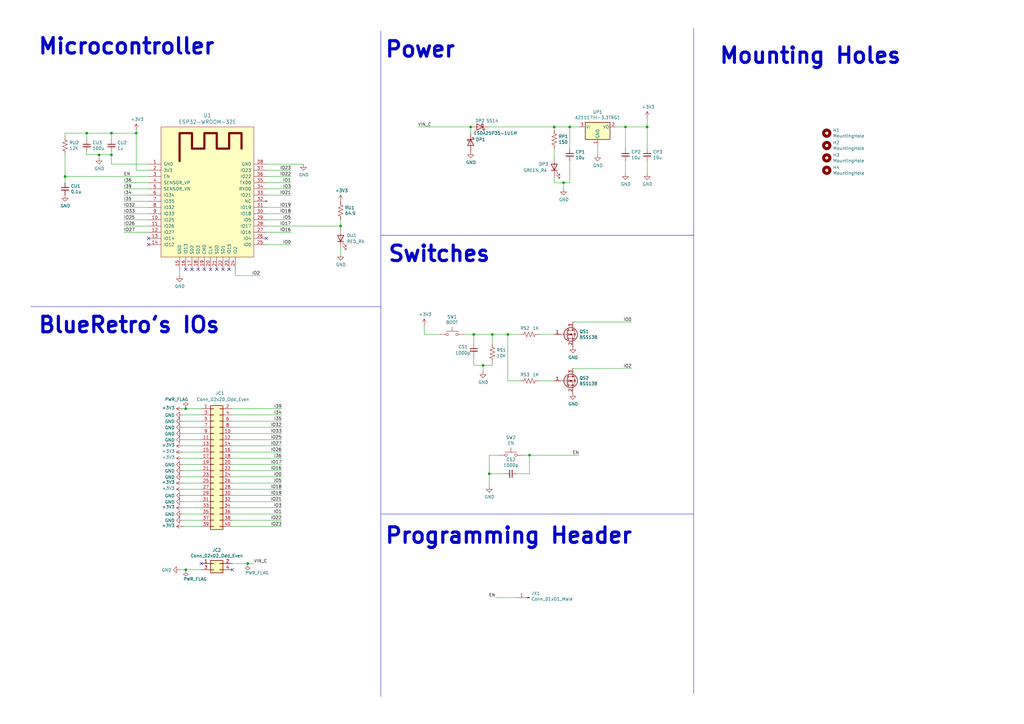
<source format=kicad_sch>
(kicad_sch (version 20230121) (generator eeschema)
  (paper "A3")
  (title_block (title "GT Rosetta") (date "2022-06-22") (rev "v1.0") (company "GrechTech") (comment 1 "For BlueRetro ESP32 Universal FW HW1 ©2020 Jacques Gagnon"))
  (lib_symbols
    (symbol "BlueRetro:+3V3" (power) (pin_names (offset 0))
      (property "Value" "+3V3" (at 0 3.556 0))
      (symbol "+3V3_0_1"
        (polyline (pts (xy -0.762 1.27) (xy 0 2.54)))
        (polyline (pts (xy 0 0) (xy 0 2.54)))
        (polyline (pts (xy 0 2.54) (xy 0.762 1.27)))
      )
      (symbol "+3V3_1_1"
        (pin power_in line (at 0 0 90) (length 0) hide (name "+3V3") (number "1"))
      )
    )
    (symbol "BlueRetro:BSS138" (pin_names hide)
      (property "Reference" "Q" (at 5.08 1.905 0))
      (property "Value" "BSS138" (at 5.08 0 0))
      (symbol "BSS138_0_1"
        (polyline (pts (xy 0.254 0) (xy -2.54 0)))
        (polyline (pts (xy 0.254 1.905) (xy 0.254 -1.905)) (stroke (width 0.254)))
        (polyline (pts (xy 0.762 -1.27) (xy 0.762 -2.286)) (stroke (width 0.254)))
        (polyline (pts (xy 0.762 0.508) (xy 0.762 -0.508)) (stroke (width 0.254)))
        (polyline (pts (xy 0.762 2.286) (xy 0.762 1.27)) (stroke (width 0.254)))
        (polyline (pts (xy 2.54 2.54) (xy 2.54 1.778)))
        (polyline (pts (xy 2.54 -2.54) (xy 2.54 0) (xy 0.762 0)))
        (polyline (pts (xy 0.762 -1.778) (xy 3.302 -1.778) (xy 3.302 1.778) (xy 0.762 1.778)))
        (polyline (pts (xy 1.016 0) (xy 2.032 0.381) (xy 2.032 -0.381) (xy 1.016 0)) (fill (type outline)))
        (polyline (pts (xy 2.794 0.508) (xy 2.921 0.381) (xy 3.683 0.381) (xy 3.81 0.254)))
        (polyline (pts (xy 3.302 0.381) (xy 2.921 -0.254) (xy 3.683 -0.254) (xy 3.302 0.381)))
        (circle (center 1.651 0) (radius 2.794) (stroke (width 0.254)))
        (circle (center 2.54 -1.778) (radius 0.254) (fill (type outline)))
        (circle (center 2.54 1.778) (radius 0.254) (fill (type outline)))
      )
      (symbol "BSS138_1_1"
        (pin input line (at -5.08 0 0) (length 2.54) (name "G") (number "1"))
        (pin passive line (at 2.54 -5.08 90) (length 2.54) (name "S") (number "2"))
        (pin passive line (at 2.54 5.08 270) (length 2.54) (name "D") (number "3"))
      )
    )
    (symbol "BlueRetro:C_Small" (pin_numbers hide) (pin_names (offset 0.254) hide)
      (property "Reference" "C" (at 0.254 1.778 0))
      (property "Value" "C_Small" (at 0.254 -2.032 0))
      (symbol "C_Small_0_1"
        (polyline (pts (xy -1.524 -0.508) (xy 1.524 -0.508)) (stroke (width 0.3302)))
        (polyline (pts (xy -1.524 0.508) (xy 1.524 0.508)) (stroke (width 0.3048)))
      )
      (symbol "C_Small_1_1"
        (pin passive line (at 0 2.54 270) (length 2.032) (name "~") (number "1"))
        (pin passive line (at 0 -2.54 90) (length 2.032) (name "~") (number "2"))
      )
    )
    (symbol "BlueRetro:D_Schottky" (pin_numbers hide) (pin_names (offset 1.016) hide)
      (property "Reference" "D" (at 0 2.54 0))
      (property "Value" "D_Schottky" (at 0 -2.54 0))
      (symbol "D_Schottky_0_1"
        (polyline (pts (xy 1.27 0) (xy -1.27 0)))
        (polyline (pts (xy 1.27 1.27) (xy 1.27 -1.27) (xy -1.27 0) (xy 1.27 1.27)) (stroke (width 0.254)))
        (polyline (pts (xy -1.905 0.635) (xy -1.905 1.27) (xy -1.27 1.27) (xy -1.27 -1.27) (xy -0.635 -1.27) (xy -0.635 -0.635)) (stroke (width 0.254)))
      )
      (symbol "D_Schottky_1_1"
        (pin passive line (at -3.81 0 0) (length 2.54) (name "K") (number "1"))
        (pin passive line (at 3.81 0 180) (length 2.54) (name "A") (number "2"))
      )
    )
    (symbol "BlueRetro:D_SchottkyP" (pin_numbers hide) (pin_names (offset 1.016) hide)
      (property "Reference" "D" (at 0 2.54 0))
      (property "Value" "D_SchottkyP" (at 0 -2.54 0))
      (symbol "D_SchottkyP_0_1"
        (polyline (pts (xy 1.27 0) (xy -1.27 0)))
        (polyline (pts (xy 1.27 1.27) (xy 1.27 -1.27) (xy -1.27 0) (xy 1.27 1.27)) (stroke (width 0.254)))
        (polyline (pts (xy -1.905 0.635) (xy -1.905 1.27) (xy -1.27 1.27) (xy -1.27 -1.27) (xy -0.635 -1.27) (xy -0.635 -0.635)) (stroke (width 0.254)))
      )
      (symbol "D_SchottkyP_1_1"
        (pin power_out line (at -3.81 0 0) (length 2.54) (name "K") (number "1"))
        (pin passive line (at 3.81 0 180) (length 2.54) (name "A") (number "2"))
      )
    )
    (symbol "BlueRetro:ESP32-WROOM-32E" (pin_names (offset 1.016))
      (property "Reference" "U" (at -17.78 31.75 0))
      (property "Value" "ESP32-WROOM-32E" (at 5.969 31.6738 0))
      (symbol "ESP32-WROOM-32E_0_1"
        (rectangle (start -20.32 30.48) (end 17.78 -22.86) (fill (type background)))
        (polyline (pts (xy -12.7 16.51) (xy -12.7 27.94) (xy -7.62 27.94) (xy -7.62 21.59) (xy -2.54 21.59) (xy -2.54 27.94) (xy 2.54 27.94) (xy 2.54 21.59) (xy 7.62 21.59) (xy 7.62 27.94) (xy 12.7 27.94) (xy 12.7 21.59)) (stroke (width 0.889)))
      )
      (symbol "ESP32-WROOM-32E_1_1"
        (pin power_in line (at -25.4 15.24 0) (length 5.08) (name "GND") (number "1"))
        (pin bidirectional line (at -25.4 -7.62 0) (length 5.08) (name "IO25") (number "10"))
        (pin bidirectional line (at -25.4 -10.16 0) (length 5.08) (name "IO26") (number "11"))
        (pin bidirectional line (at -25.4 -12.7 0) (length 5.08) (name "IO27") (number "12"))
        (pin bidirectional line (at -25.4 -15.24 0) (length 5.08) (name "IO14") (number "13"))
        (pin bidirectional line (at -25.4 -17.78 0) (length 5.08) (name "IO12") (number "14"))
        (pin power_in line (at -12.7 -27.94 90) (length 5.08) (name "GND") (number "15"))
        (pin bidirectional line (at -10.16 -27.94 90) (length 5.08) (name "IO13") (number "16"))
        (pin bidirectional line (at -7.62 -27.94 90) (length 5.08) (name "SD2") (number "17"))
        (pin bidirectional line (at -5.08 -27.94 90) (length 5.08) (name "SD3") (number "18"))
        (pin bidirectional line (at -2.54 -27.94 90) (length 5.08) (name "CMD") (number "19"))
        (pin power_in line (at -25.4 12.7 0) (length 5.08) (name "3V3") (number "2"))
        (pin input line (at 0 -27.94 90) (length 5.08) (name "CLK") (number "20"))
        (pin bidirectional line (at 2.54 -27.94 90) (length 5.08) (name "SDO") (number "21"))
        (pin bidirectional line (at 5.08 -27.94 90) (length 5.08) (name "SD1") (number "22"))
        (pin bidirectional line (at 7.62 -27.94 90) (length 5.08) (name "IO15") (number "23"))
        (pin bidirectional line (at 10.16 -27.94 90) (length 5.08) (name "IO2") (number "24"))
        (pin bidirectional line (at 22.86 -17.78 180) (length 5.08) (name "IO0") (number "25"))
        (pin input line (at 22.86 -15.24 180) (length 5.08) (name "IO4") (number "26"))
        (pin bidirectional line (at 22.86 -12.7 180) (length 5.08) (name "IO16") (number "27"))
        (pin bidirectional line (at 22.86 -10.16 180) (length 5.08) (name "IO17") (number "28"))
        (pin bidirectional line (at 22.86 -7.62 180) (length 5.08) (name "IO5") (number "29"))
        (pin input line (at -25.4 10.16 0) (length 5.08) (name "EN") (number "3"))
        (pin input line (at 22.86 -5.08 180) (length 5.08) (name "IO18") (number "30"))
        (pin bidirectional line (at 22.86 -2.54 180) (length 5.08) (name "IO19") (number "31"))
        (pin no_connect line (at 22.86 0 180) (length 5.08) (name "NC") (number "32"))
        (pin bidirectional line (at 22.86 2.54 180) (length 5.08) (name "IO21") (number "33"))
        (pin bidirectional line (at 22.86 5.08 180) (length 5.08) (name "RXD0") (number "34"))
        (pin bidirectional line (at 22.86 7.62 180) (length 5.08) (name "TXD0") (number "35"))
        (pin bidirectional line (at 22.86 10.16 180) (length 5.08) (name "IO22") (number "36"))
        (pin bidirectional line (at 22.86 12.7 180) (length 5.08) (name "IO23") (number "37"))
        (pin power_in line (at 22.86 15.24 180) (length 5.08) (name "GND") (number "38"))
        (pin input line (at -25.4 7.62 0) (length 5.08) (name "SENSOR_VP") (number "4"))
        (pin input line (at -25.4 5.08 0) (length 5.08) (name "SENSOR_VN") (number "5"))
        (pin bidirectional line (at -25.4 2.54 0) (length 5.08) (name "IO34") (number "6"))
        (pin bidirectional line (at -25.4 0 0) (length 5.08) (name "IO35") (number "7"))
        (pin bidirectional line (at -25.4 -2.54 0) (length 5.08) (name "IO32") (number "8"))
        (pin bidirectional line (at -25.4 -5.08 0) (length 5.08) (name "IO33") (number "9"))
      )
    )
    (symbol "BlueRetro:GND" (power) (pin_names (offset 0))
      (property "Value" "GND" (at 0 -3.81 0))
      (symbol "GND_0_1"
        (polyline (pts (xy 0 0) (xy 0 -1.27) (xy 1.27 -1.27) (xy 0 -2.54) (xy -1.27 -1.27) (xy 0 -1.27)))
      )
      (symbol "GND_1_1"
        (pin power_in line (at 0 0 270) (length 0) hide (name "GND") (number "1"))
      )
    )
    (symbol "BlueRetro:LED" (pin_numbers hide) (pin_names (offset 1.016) hide)
      (property "Reference" "D" (at 0 2.54 0))
      (property "Value" "LED" (at 0 -2.54 0))
      (symbol "LED_0_1"
        (polyline (pts (xy -1.27 -1.27) (xy -1.27 1.27)) (stroke (width 0.254)))
        (polyline (pts (xy -1.27 0) (xy 1.27 0)))
        (polyline (pts (xy 1.27 -1.27) (xy 1.27 1.27) (xy -1.27 0) (xy 1.27 -1.27)) (stroke (width 0.254)))
        (polyline (pts (xy -3.048 -0.762) (xy -4.572 -2.286) (xy -3.81 -2.286) (xy -4.572 -2.286) (xy -4.572 -1.524)))
        (polyline (pts (xy -1.778 -0.762) (xy -3.302 -2.286) (xy -2.54 -2.286) (xy -3.302 -2.286) (xy -3.302 -1.524)))
      )
      (symbol "LED_1_1"
        (pin passive line (at -3.81 0 0) (length 2.54) (name "K") (number "1"))
        (pin passive line (at 3.81 0 180) (length 2.54) (name "A") (number "2"))
      )
    )
    (symbol "BlueRetro:MountingHole" (pin_names (offset 1.016))
      (property "Reference" "H" (at 0 5.08 0))
      (property "Value" "MountingHole" (at 0 3.175 0))
      (symbol "MountingHole_0_1"
        (circle (center 0 0) (radius 1.27) (stroke (width 1.27)))
      )
    )
    (symbol "BlueRetro:R_US" (pin_numbers hide) (pin_names (offset 0))
      (property "Reference" "R" (at 2.54 0 90))
      (property "Value" "R_US" (at -2.54 0 90))
      (symbol "R_US_0_1"
        (polyline (pts (xy 0 -2.286) (xy 0 -2.54)))
        (polyline (pts (xy 0 2.286) (xy 0 2.54)))
        (polyline (pts (xy 0 -0.762) (xy 1.016 -1.143) (xy 0 -1.524) (xy -1.016 -1.905) (xy 0 -2.286)))
        (polyline (pts (xy 0 0.762) (xy 1.016 0.381) (xy 0 0) (xy -1.016 -0.381) (xy 0 -0.762)))
        (polyline (pts (xy 0 2.286) (xy 1.016 1.905) (xy 0 1.524) (xy -1.016 1.143) (xy 0 0.762)))
      )
      (symbol "R_US_1_1"
        (pin passive line (at 0 3.81 270) (length 1.27) (name "~") (number "1"))
        (pin passive line (at 0 -3.81 90) (length 1.27) (name "~") (number "2"))
      )
    )
    (symbol "BlueRetro:SW_Push" (pin_numbers hide) (pin_names (offset 1.016) hide)
      (property "Reference" "SW" (at 1.27 2.54 0))
      (property "Value" "SW_Push" (at 0 -1.524 0))
      (symbol "SW_Push_0_1"
        (circle (center -2.032 0) (radius 0.508))
        (polyline (pts (xy 0 1.27) (xy 0 3.048)))
        (polyline (pts (xy 2.54 1.27) (xy -2.54 1.27)))
        (circle (center 2.032 0) (radius 0.508))
        (pin passive line (at -5.08 0 0) (length 2.54) (name "1") (number "1"))
        (pin passive line (at 5.08 0 180) (length 2.54) (name "2") (number "2"))
      )
    )
    (symbol "Connector:Conn_01x01_Male" (pin_names (offset 1.016) hide)
      (property "Reference" "J" (at 0 2.54 0))
      (property "Value" "Conn_01x01_Male" (at 0 -2.54 0))
      (symbol "Conn_01x01_Male_1_1"
        (polyline (pts (xy 1.27 0) (xy 0.8636 0)) (stroke (width 0.1524)))
        (rectangle (start 0.8636 0.127) (end 0 -0.127) (stroke (width 0.1524)) (fill (type outline)))
        (pin passive line (at 5.08 0 180) (length 3.81) (name "Pin_1") (number "1"))
      )
    )
    (symbol "Connector_Generic:Conn_02x02_Odd_Even" (pin_names (offset 1.016) hide)
      (property "Reference" "J" (at 1.27 2.54 0))
      (property "Value" "Conn_02x02_Odd_Even" (at 1.27 -5.08 0))
      (symbol "Conn_02x02_Odd_Even_1_1"
        (rectangle (start -1.27 -2.413) (end 0 -2.667) (stroke (width 0.1524)))
        (rectangle (start -1.27 0.127) (end 0 -0.127) (stroke (width 0.1524)))
        (rectangle (start -1.27 1.27) (end 3.81 -3.81) (stroke (width 0.254)) (fill (type background)))
        (rectangle (start 3.81 -2.413) (end 2.54 -2.667) (stroke (width 0.1524)))
        (rectangle (start 3.81 0.127) (end 2.54 -0.127) (stroke (width 0.1524)))
        (pin passive line (at -5.08 0 0) (length 3.81) (name "Pin_1") (number "1"))
        (pin passive line (at 7.62 0 180) (length 3.81) (name "Pin_2") (number "2"))
        (pin passive line (at -5.08 -2.54 0) (length 3.81) (name "Pin_3") (number "3"))
        (pin passive line (at 7.62 -2.54 180) (length 3.81) (name "Pin_4") (number "4"))
      )
    )
    (symbol "Connector_Generic:Conn_02x20_Odd_Even" (pin_names (offset 1.016) hide)
      (property "Reference" "J" (at 1.27 25.4 0))
      (property "Value" "Conn_02x20_Odd_Even" (at 1.27 -27.94 0))
      (symbol "Conn_02x20_Odd_Even_1_1"
        (rectangle (start -1.27 -25.273) (end 0 -25.527) (stroke (width 0.1524)))
        (rectangle (start -1.27 -22.733) (end 0 -22.987) (stroke (width 0.1524)))
        (rectangle (start -1.27 -20.193) (end 0 -20.447) (stroke (width 0.1524)))
        (rectangle (start -1.27 -17.653) (end 0 -17.907) (stroke (width 0.1524)))
        (rectangle (start -1.27 -15.113) (end 0 -15.367) (stroke (width 0.1524)))
        (rectangle (start -1.27 -12.573) (end 0 -12.827) (stroke (width 0.1524)))
        (rectangle (start -1.27 -10.033) (end 0 -10.287) (stroke (width 0.1524)))
        (rectangle (start -1.27 -7.493) (end 0 -7.747) (stroke (width 0.1524)))
        (rectangle (start -1.27 -4.953) (end 0 -5.207) (stroke (width 0.1524)))
        (rectangle (start -1.27 -2.413) (end 0 -2.667) (stroke (width 0.1524)))
        (rectangle (start -1.27 0.127) (end 0 -0.127) (stroke (width 0.1524)))
        (rectangle (start -1.27 2.667) (end 0 2.413) (stroke (width 0.1524)))
        (rectangle (start -1.27 5.207) (end 0 4.953) (stroke (width 0.1524)))
        (rectangle (start -1.27 7.747) (end 0 7.493) (stroke (width 0.1524)))
        (rectangle (start -1.27 10.287) (end 0 10.033) (stroke (width 0.1524)))
        (rectangle (start -1.27 12.827) (end 0 12.573) (stroke (width 0.1524)))
        (rectangle (start -1.27 15.367) (end 0 15.113) (stroke (width 0.1524)))
        (rectangle (start -1.27 17.907) (end 0 17.653) (stroke (width 0.1524)))
        (rectangle (start -1.27 20.447) (end 0 20.193) (stroke (width 0.1524)))
        (rectangle (start -1.27 22.987) (end 0 22.733) (stroke (width 0.1524)))
        (rectangle (start -1.27 24.13) (end 3.81 -26.67) (stroke (width 0.254)) (fill (type background)))
        (rectangle (start 3.81 -25.273) (end 2.54 -25.527) (stroke (width 0.1524)))
        (rectangle (start 3.81 -22.733) (end 2.54 -22.987) (stroke (width 0.1524)))
        (rectangle (start 3.81 -20.193) (end 2.54 -20.447) (stroke (width 0.1524)))
        (rectangle (start 3.81 -17.653) (end 2.54 -17.907) (stroke (width 0.1524)))
        (rectangle (start 3.81 -15.113) (end 2.54 -15.367) (stroke (width 0.1524)))
        (rectangle (start 3.81 -12.573) (end 2.54 -12.827) (stroke (width 0.1524)))
        (rectangle (start 3.81 -10.033) (end 2.54 -10.287) (stroke (width 0.1524)))
        (rectangle (start 3.81 -7.493) (end 2.54 -7.747) (stroke (width 0.1524)))
        (rectangle (start 3.81 -4.953) (end 2.54 -5.207) (stroke (width 0.1524)))
        (rectangle (start 3.81 -2.413) (end 2.54 -2.667) (stroke (width 0.1524)))
        (rectangle (start 3.81 0.127) (end 2.54 -0.127) (stroke (width 0.1524)))
        (rectangle (start 3.81 2.667) (end 2.54 2.413) (stroke (width 0.1524)))
        (rectangle (start 3.81 5.207) (end 2.54 4.953) (stroke (width 0.1524)))
        (rectangle (start 3.81 7.747) (end 2.54 7.493) (stroke (width 0.1524)))
        (rectangle (start 3.81 10.287) (end 2.54 10.033) (stroke (width 0.1524)))
        (rectangle (start 3.81 12.827) (end 2.54 12.573) (stroke (width 0.1524)))
        (rectangle (start 3.81 15.367) (end 2.54 15.113) (stroke (width 0.1524)))
        (rectangle (start 3.81 17.907) (end 2.54 17.653) (stroke (width 0.1524)))
        (rectangle (start 3.81 20.447) (end 2.54 20.193) (stroke (width 0.1524)))
        (rectangle (start 3.81 22.987) (end 2.54 22.733) (stroke (width 0.1524)))
        (pin passive line (at -5.08 22.86 0) (length 3.81) (name "Pin_1") (number "1"))
        (pin passive line (at 7.62 12.7 180) (length 3.81) (name "Pin_10") (number "10"))
        (pin passive line (at -5.08 10.16 0) (length 3.81) (name "Pin_11") (number "11"))
        (pin passive line (at 7.62 10.16 180) (length 3.81) (name "Pin_12") (number "12"))
        (pin passive line (at -5.08 7.62 0) (length 3.81) (name "Pin_13") (number "13"))
        (pin passive line (at 7.62 7.62 180) (length 3.81) (name "Pin_14") (number "14"))
        (pin passive line (at -5.08 5.08 0) (length 3.81) (name "Pin_15") (number "15"))
        (pin passive line (at 7.62 5.08 180) (length 3.81) (name "Pin_16") (number "16"))
        (pin passive line (at -5.08 2.54 0) (length 3.81) (name "Pin_17") (number "17"))
        (pin passive line (at 7.62 2.54 180) (length 3.81) (name "Pin_18") (number "18"))
        (pin passive line (at -5.08 0 0) (length 3.81) (name "Pin_19") (number "19"))
        (pin passive line (at 7.62 22.86 180) (length 3.81) (name "Pin_2") (number "2"))
        (pin passive line (at 7.62 0 180) (length 3.81) (name "Pin_20") (number "20"))
        (pin passive line (at -5.08 -2.54 0) (length 3.81) (name "Pin_21") (number "21"))
        (pin passive line (at 7.62 -2.54 180) (length 3.81) (name "Pin_22") (number "22"))
        (pin passive line (at -5.08 -5.08 0) (length 3.81) (name "Pin_23") (number "23"))
        (pin passive line (at 7.62 -5.08 180) (length 3.81) (name "Pin_24") (number "24"))
        (pin passive line (at -5.08 -7.62 0) (length 3.81) (name "Pin_25") (number "25"))
        (pin passive line (at 7.62 -7.62 180) (length 3.81) (name "Pin_26") (number "26"))
        (pin passive line (at -5.08 -10.16 0) (length 3.81) (name "Pin_27") (number "27"))
        (pin passive line (at 7.62 -10.16 180) (length 3.81) (name "Pin_28") (number "28"))
        (pin passive line (at -5.08 -12.7 0) (length 3.81) (name "Pin_29") (number "29"))
        (pin passive line (at -5.08 20.32 0) (length 3.81) (name "Pin_3") (number "3"))
        (pin passive line (at 7.62 -12.7 180) (length 3.81) (name "Pin_30") (number "30"))
        (pin passive line (at -5.08 -15.24 0) (length 3.81) (name "Pin_31") (number "31"))
        (pin passive line (at 7.62 -15.24 180) (length 3.81) (name "Pin_32") (number "32"))
        (pin passive line (at -5.08 -17.78 0) (length 3.81) (name "Pin_33") (number "33"))
        (pin passive line (at 7.62 -17.78 180) (length 3.81) (name "Pin_34") (number "34"))
        (pin passive line (at -5.08 -20.32 0) (length 3.81) (name "Pin_35") (number "35"))
        (pin passive line (at 7.62 -20.32 180) (length 3.81) (name "Pin_36") (number "36"))
        (pin passive line (at -5.08 -22.86 0) (length 3.81) (name "Pin_37") (number "37"))
        (pin passive line (at 7.62 -22.86 180) (length 3.81) (name "Pin_38") (number "38"))
        (pin passive line (at -5.08 -25.4 0) (length 3.81) (name "Pin_39") (number "39"))
        (pin passive line (at 7.62 20.32 180) (length 3.81) (name "Pin_4") (number "4"))
        (pin passive line (at 7.62 -25.4 180) (length 3.81) (name "Pin_40") (number "40"))
        (pin passive line (at -5.08 17.78 0) (length 3.81) (name "Pin_5") (number "5"))
        (pin passive line (at 7.62 17.78 180) (length 3.81) (name "Pin_6") (number "6"))
        (pin passive line (at -5.08 15.24 0) (length 3.81) (name "Pin_7") (number "7"))
        (pin passive line (at 7.62 15.24 180) (length 3.81) (name "Pin_8") (number "8"))
        (pin passive line (at -5.08 12.7 0) (length 3.81) (name "Pin_9") (number "9"))
      )
    )
    (symbol "Regulator_Linear:AP1117-33" (pin_names (offset 0.254))
      (property "Reference" "U" (at -3.81 3.175 0))
      (property "Value" "AP1117-33" (at 0 3.175 0))
      (symbol "AP1117-33_0_1"
        (rectangle (start -5.08 -5.08) (end 5.08 1.905) (stroke (width 0.254)) (fill (type background)))
      )
      (symbol "AP1117-33_1_1"
        (pin power_in line (at 0 -7.62 90) (length 2.54) (name "GND") (number "1"))
        (pin power_out line (at 7.62 0 180) (length 2.54) (name "VO") (number "2"))
        (pin power_in line (at -7.62 0 0) (length 2.54) (name "VI") (number "3"))
      )
    )
    (symbol "power:PWR_FLAG" (power) (pin_numbers hide) (pin_names (offset 0) hide)
      (property "Value" "PWR_FLAG" (at 0 3.81 0))
      (symbol "PWR_FLAG_0_0"
        (pin power_out line (at 0 0 90) (length 0) (name "pwr") (number "1"))
      )
      (symbol "PWR_FLAG_0_1"
        (polyline (pts (xy 0 0) (xy 0 1.27) (xy -1.016 1.905) (xy 0 2.54) (xy 1.016 1.905) (xy 0 1.27)))
      )
    )
  )
  (junction (at 35.56 54.61))
  (junction (at 217.17 186.69))
  (junction (at 193.04 52.07))
  (junction (at 45.72 54.61))
  (junction (at 194.31 137.16))
  (junction (at 201.93 137.16))
  (junction (at 208.28 137.16))
  (junction (at 256.54 52.07))
  (junction (at 198.12 149.86))
  (junction (at 231.14 74.93))
  (junction (at 227.33 52.07))
  (junction (at 26.67 72.39))
  (junction (at 101.6 231.14))
  (junction (at 233.68 52.07))
  (junction (at 55.88 54.61))
  (junction (at 76.2 233.68))
  (junction (at 139.7 92.71))
  (junction (at 45.72 63.5))
  (junction (at 200.66 194.31))
  (junction (at 265.43 52.07))
  (junction (at 40.64 63.5))
  (junction (at 76.2 167.64))
  (no_connect (at 81.28 110.49))
  (no_connect (at 78.74 110.49))
  (no_connect (at 82.55 231.14))
  (no_connect (at 95.25 233.68))
  (no_connect (at 86.36 110.49))
  (no_connect (at 93.98 110.49))
  (no_connect (at 109.22 97.79))
  (no_connect (at 91.44 110.49))
  (no_connect (at 60.96 100.33))
  (no_connect (at 83.82 110.49))
  (no_connect (at 88.9 110.49))
  (no_connect (at 60.96 97.79))
  (no_connect (at 76.2 110.49))
  (wire (pts (xy 26.67 72.39) (xy 26.67 74.93)))
  (wire (pts (xy 35.56 62.23) (xy 35.56 63.5)))
  (wire (pts (xy 95.25 175.26) (xy 115.57 175.26)))
  (wire (pts (xy 227.33 52.07) (xy 227.33 53.34)))
  (wire (pts (xy 95.25 195.58) (xy 115.57 195.58)))
  (wire (pts (xy 40.64 63.5) (xy 45.72 63.5)))
  (wire (pts (xy 193.04 52.07) (xy 193.04 54.61)))
  (wire (pts (xy 82.55 170.18) (xy 74.93 170.18)))
  (wire (pts (xy 82.55 177.8) (xy 74.93 177.8)))
  (wire (pts (xy 173.99 137.16) (xy 173.99 133.35)))
  (polyline (pts (xy 156.21 285.75) (xy 156.21 12.7)))
  (wire (pts (xy 73.66 110.49) (xy 73.66 113.03)))
  (wire (pts (xy 60.96 90.17) (xy 50.8 90.17)))
  (wire (pts (xy 95.25 177.8) (xy 115.57 177.8)))
  (wire (pts (xy 74.93 195.58) (xy 82.55 195.58)))
  (wire (pts (xy 26.67 55.88) (xy 26.67 54.61)))
  (wire (pts (xy 45.72 67.31) (xy 45.72 63.5)))
  (wire (pts (xy 45.72 63.5) (xy 45.72 62.23)))
  (wire (pts (xy 95.25 185.42) (xy 115.57 185.42)))
  (wire (pts (xy 109.22 95.25) (xy 119.38 95.25)))
  (wire (pts (xy 213.36 137.16) (xy 208.28 137.16)))
  (wire (pts (xy 74.93 193.04) (xy 82.55 193.04)))
  (wire (pts (xy 233.68 52.07) (xy 227.33 52.07)))
  (wire (pts (xy 95.25 172.72) (xy 115.57 172.72)))
  (wire (pts (xy 234.95 151.13) (xy 259.08 151.13)))
  (wire (pts (xy 60.96 80.01) (xy 50.8 80.01)))
  (wire (pts (xy 109.22 85.09) (xy 119.38 85.09)))
  (wire (pts (xy 265.43 48.26) (xy 265.43 52.07)))
  (wire (pts (xy 74.93 190.5) (xy 82.55 190.5)))
  (wire (pts (xy 233.68 74.93) (xy 233.68 66.04)))
  (wire (pts (xy 40.64 63.5) (xy 40.64 64.77)))
  (wire (pts (xy 109.22 69.85) (xy 119.38 69.85)))
  (wire (pts (xy 95.25 203.2) (xy 115.57 203.2)))
  (wire (pts (xy 95.25 180.34) (xy 115.57 180.34)))
  (wire (pts (xy 231.14 77.47) (xy 231.14 74.93)))
  (polyline (pts (xy 156.21 210.82) (xy 284.48 210.82)))
  (polyline (pts (xy 284.48 284.48) (xy 284.48 11.43)))
  (wire (pts (xy 231.14 74.93) (xy 227.33 74.93)))
  (wire (pts (xy 60.96 92.71) (xy 50.8 92.71)))
  (wire (pts (xy 26.67 63.5) (xy 26.67 72.39)))
  (wire (pts (xy 213.36 156.21) (xy 208.28 156.21)))
  (wire (pts (xy 194.31 137.16) (xy 190.5 137.16)))
  (wire (pts (xy 245.11 63.5) (xy 245.11 59.69)))
  (wire (pts (xy 95.25 215.9) (xy 115.57 215.9)))
  (wire (pts (xy 204.47 186.69) (xy 200.66 186.69)))
  (wire (pts (xy 74.93 200.66) (xy 82.55 200.66)))
  (wire (pts (xy 26.67 54.61) (xy 35.56 54.61)))
  (wire (pts (xy 214.63 186.69) (xy 217.17 186.69)))
  (wire (pts (xy 200.66 186.69) (xy 200.66 194.31)))
  (wire (pts (xy 256.54 66.04) (xy 256.54 71.12)))
  (wire (pts (xy 74.93 175.26) (xy 82.55 175.26)))
  (wire (pts (xy 194.31 149.86) (xy 194.31 146.05)))
  (wire (pts (xy 74.93 198.12) (xy 82.55 198.12)))
  (wire (pts (xy 74.93 182.88) (xy 82.55 182.88)))
  (wire (pts (xy 82.55 208.28) (xy 74.93 208.28)))
  (wire (pts (xy 60.96 95.25) (xy 50.8 95.25)))
  (wire (pts (xy 95.25 231.14) (xy 101.6 231.14)))
  (wire (pts (xy 60.96 67.31) (xy 45.72 67.31)))
  (wire (pts (xy 109.22 92.71) (xy 139.7 92.71)))
  (bus (pts (xy -250.19 -156.21) (xy -248.92 -156.21)))
  (wire (pts (xy 200.66 52.07) (xy 227.33 52.07)))
  (wire (pts (xy 227.33 74.93) (xy 227.33 72.39)))
  (wire (pts (xy 82.55 213.36) (xy 74.93 213.36)))
  (wire (pts (xy 198.12 149.86) (xy 198.12 152.4)))
  (wire (pts (xy 265.43 52.07) (xy 265.43 60.96)))
  (wire (pts (xy 201.93 137.16) (xy 194.31 137.16)))
  (wire (pts (xy 208.28 137.16) (xy 201.93 137.16)))
  (wire (pts (xy 60.96 77.47) (xy 50.8 77.47)))
  (wire (pts (xy 82.55 233.68) (xy 76.2 233.68)))
  (wire (pts (xy 60.96 82.55) (xy 50.8 82.55)))
  (wire (pts (xy 217.17 186.69) (xy 237.49 186.69)))
  (wire (pts (xy 26.67 72.39) (xy 60.96 72.39)))
  (wire (pts (xy 76.2 167.64) (xy 82.55 167.64)))
  (wire (pts (xy 139.7 92.71) (xy 139.7 90.17)))
  (wire (pts (xy 55.88 53.34) (xy 55.88 54.61)))
  (wire (pts (xy 35.56 57.15) (xy 35.56 54.61)))
  (wire (pts (xy 208.28 156.21) (xy 208.28 137.16)))
  (wire (pts (xy 82.55 187.96) (xy 74.93 187.96)))
  (wire (pts (xy 74.93 205.74) (xy 82.55 205.74)))
  (wire (pts (xy 194.31 140.97) (xy 194.31 137.16)))
  (wire (pts (xy 201.93 140.97) (xy 201.93 137.16)))
  (wire (pts (xy 60.96 87.63) (xy 50.8 87.63)))
  (wire (pts (xy 74.93 210.82) (xy 82.55 210.82)))
  (wire (pts (xy 76.2 233.68) (xy 73.66 233.68)))
  (wire (pts (xy 109.22 67.31) (xy 124.46 67.31)))
  (wire (pts (xy 200.66 194.31) (xy 200.66 199.39)))
  (wire (pts (xy 60.96 85.09) (xy 50.8 85.09)))
  (wire (pts (xy 109.22 100.33) (xy 119.38 100.33)))
  (wire (pts (xy 35.56 63.5) (xy 40.64 63.5)))
  (wire (pts (xy 139.7 93.98) (xy 139.7 92.71)))
  (wire (pts (xy 95.25 190.5) (xy 115.57 190.5)))
  (wire (pts (xy 95.25 213.36) (xy 115.57 213.36)))
  (wire (pts (xy 109.22 90.17) (xy 119.38 90.17)))
  (wire (pts (xy 139.7 104.14) (xy 139.7 101.6)))
  (wire (pts (xy 198.12 149.86) (xy 194.31 149.86)))
  (wire (pts (xy 74.93 215.9) (xy 82.55 215.9)))
  (wire (pts (xy 237.49 52.07) (xy 233.68 52.07)))
  (wire (pts (xy 45.72 54.61) (xy 55.88 54.61)))
  (wire (pts (xy 217.17 194.31) (xy 217.17 186.69)))
  (wire (pts (xy 109.22 87.63) (xy 119.38 87.63)))
  (wire (pts (xy 95.25 182.88) (xy 115.57 182.88)))
  (wire (pts (xy 180.34 137.16) (xy 173.99 137.16)))
  (wire (pts (xy 212.09 245.11) (xy 203.2 245.11)))
  (wire (pts (xy 95.25 187.96) (xy 115.57 187.96)))
  (wire (pts (xy 74.93 203.2) (xy 82.55 203.2)))
  (wire (pts (xy 74.93 185.42) (xy 82.55 185.42)))
  (wire (pts (xy 95.25 208.28) (xy 115.57 208.28)))
  (wire (pts (xy 201.93 149.86) (xy 198.12 149.86)))
  (wire (pts (xy 74.93 167.64) (xy 76.2 167.64)))
  (polyline (pts (xy 156.21 96.52) (xy 284.48 96.52)))
  (wire (pts (xy 227.33 137.16) (xy 220.98 137.16)))
  (wire (pts (xy 60.96 69.85) (xy 55.88 69.85)))
  (wire (pts (xy 201.93 148.59) (xy 201.93 149.86)))
  (wire (pts (xy 74.93 180.34) (xy 82.55 180.34)))
  (wire (pts (xy 109.22 74.93) (xy 119.38 74.93)))
  (wire (pts (xy 95.25 170.18) (xy 115.57 170.18)))
  (polyline (pts (xy 156.21 125.73) (xy 12.7 125.73)))
  (wire (pts (xy 60.96 74.93) (xy 50.8 74.93)))
  (wire (pts (xy 109.22 80.01) (xy 119.38 80.01)))
  (wire (pts (xy 207.01 194.31) (xy 200.66 194.31)))
  (wire (pts (xy 212.09 194.31) (xy 217.17 194.31)))
  (wire (pts (xy 95.25 193.04) (xy 115.57 193.04)))
  (wire (pts (xy 101.6 231.14) (xy 104.14 231.14)))
  (wire (pts (xy 35.56 54.61) (xy 45.72 54.61)))
  (wire (pts (xy 95.25 198.12) (xy 115.57 198.12)))
  (wire (pts (xy 95.25 205.74) (xy 115.57 205.74)))
  (wire (pts (xy 96.52 113.03) (xy 106.68 113.03)))
  (wire (pts (xy 95.25 200.66) (xy 115.57 200.66)))
  (wire (pts (xy 96.52 110.49) (xy 96.52 113.03)))
  (wire (pts (xy 227.33 64.77) (xy 227.33 60.96)))
  (wire (pts (xy 109.22 72.39) (xy 119.38 72.39)))
  (wire (pts (xy 171.45 52.07) (xy 193.04 52.07)))
  (wire (pts (xy 233.68 52.07) (xy 233.68 60.96)))
  (wire (pts (xy 95.25 210.82) (xy 115.57 210.82)))
  (wire (pts (xy 265.43 52.07) (xy 256.54 52.07)))
  (wire (pts (xy 95.25 167.64) (xy 115.57 167.64)))
  (wire (pts (xy 227.33 156.21) (xy 220.98 156.21)))
  (wire (pts (xy 74.93 172.72) (xy 82.55 172.72)))
  (wire (pts (xy 231.14 74.93) (xy 233.68 74.93)))
  (wire (pts (xy 45.72 57.15) (xy 45.72 54.61)))
  (wire (pts (xy 109.22 77.47) (xy 119.38 77.47)))
  (wire (pts (xy 55.88 54.61) (xy 55.88 69.85)))
  (wire (pts (xy 256.54 52.07) (xy 256.54 60.96)))
  (wire (pts (xy 234.95 132.08) (xy 259.08 132.08)))
  (wire (pts (xy 252.73 52.07) (xy 256.54 52.07)))
  (wire (pts (xy 265.43 66.04) (xy 265.43 71.12)))
  (text "Programming Header" (at 157.48 223.52 0) (effects (font (size 6.35 6.35) (thickness 1.27) bold) (justify left bottom)))
  (text "Mounting Holes" (at 294.64 26.67 0) (effects (font (size 6.35 6.35) (thickness 1.27) bold) (justify left bottom)))
  (text "Power" (at 157.48 24.13 0) (effects (font (size 6.35 6.35) (thickness 1.27) bold) (justify left bottom)))
  (text "BlueRetro's IOs" (at 15.24 137.16 0) (effects (font (size 6.35 6.35) (thickness 1.27) bold) (justify left bottom)))
  (text "Switches" (at 158.75 107.95 0) (effects (font (size 6.35 6.35) (thickness 1.27) bold) (justify left bottom)))
  (text "Microcontroller" (at 15.24 22.86 0) (effects (font (size 6.35 6.35) (thickness 1.27) bold) (justify left bottom)))
  (label "IO17" (at 119.38 92.71 180))
  (label "IO16" (at 115.57 193.04 180))
  (label "IO23" (at 115.57 215.9 180))
  (label "IO19" (at 115.57 203.2 180))
  (label "EN" (at 50.8 72.39 0))
  (label "IO0" (at 115.57 195.58 180))
  (label "IO26" (at 50.8 92.71 0))
  (label "IO18" (at 119.38 87.63 180))
  (label "IO23" (at 119.38 69.85 180))
  (label "IO21" (at 119.38 80.01 180))
  (label "IO0" (at 119.38 100.33 180))
  (label "I36" (at 115.57 187.96 180))
  (label "VIN_C" (at 104.14 231.14 0))
  (label "IO3" (at 119.38 77.47 180))
  (label "IO16" (at 119.38 95.25 180))
  (label "IO2" (at 259.08 151.13 180))
  (label "I35" (at 50.8 82.55 0))
  (label "VIN_C" (at 171.45 52.07 0))
  (label "IO2" (at 106.68 113.03 180))
  (label "IO25" (at 115.57 180.34 180))
  (label "IO5" (at 119.38 90.17 180))
  (label "IO0" (at 259.08 132.08 180))
  (label "IO32" (at 115.57 175.26 180))
  (label "IO21" (at 115.57 205.74 180))
  (label "EN" (at 203.2 245.11 180))
  (label "IO27" (at 115.57 182.88 180))
  (label "IO1" (at 115.57 210.82 180))
  (label "IO33" (at 115.57 177.8 180))
  (label "IO22" (at 119.38 72.39 180))
  (label "IO1" (at 119.38 74.93 180))
  (label "IO26" (at 115.57 185.42 180))
  (label "IO27" (at 50.8 95.25 0))
  (label "IO5" (at 115.57 198.12 180))
  (label "I39" (at 50.8 77.47 0))
  (label "I35" (at 115.57 172.72 180))
  (label "IO3" (at 115.57 208.28 180))
  (label "IO22" (at 115.57 213.36 180))
  (label "I34" (at 115.57 170.18 180))
  (label "I34" (at 50.8 80.01 0))
  (label "IO18" (at 115.57 200.66 180))
  (label "IO19" (at 119.38 85.09 180))
  (label "IO25" (at 50.8 90.17 0))
  (label "IO32" (at 50.8 85.09 0))
  (label "IO17" (at 115.57 190.5 180))
  (label "EN" (at 237.49 186.69 180))
  (label "I36" (at 50.8 74.93 0))
  (label "I39" (at 115.57 167.64 180))
  (label "IO33" (at 50.8 87.63 0))
  (symbol (lib_id "BlueRetro:MountingHole") (at 339.09 59.69 0) (unit 1)
    (property "Reference" "H2" (at 341.63 58.5216 0) (effects (justify left)))
    (property "Value" "MountingHole" (at 341.63 60.833 0) (effects (justify left)))
    (property "Footprint" "MountingHole:MountingHole_2.7mm_M2.5" (effects hide))
    (property "DigiKey Part Number" "DNP" (effects hide))
    (property "Manufacturer_Part_Number" "DNP" (effects hide))
  )
  (symbol (lib_id "BlueRetro:+3V3") (at 139.7 82.55 0) (unit 1)
    (property "Reference" "#PWR0103" (effects hide))
    (property "Value" "+3V3" (at 140.081 78.1558 0))
  )
  (symbol (lib_id "BlueRetro:GND") (at 73.66 113.03 0) (unit 1)
    (property "Reference" "#PWR021" (effects hide))
    (property "Value" "GND" (at 73.787 117.4242 0))
  )
  (symbol (lib_id "BlueRetro:+3V3") (at 55.88 53.34 0) (unit 1)
    (property "Reference" "#PWR02" (effects hide))
    (property "Value" "+3V3" (at 56.261 48.9458 0))
  )
  (symbol (lib_id "BlueRetro:LED") (at 139.7 97.79 90) (unit 1)
    (property "Reference" "DU1" (at 142.24 96.52 90) (effects (justify right)))
    (property "Value" "RED_RA" (at 142.24 99.06 90) (effects (justify right)))
    (property "Footprint" "BlueRetro:LED_0605_1611Metric" (effects hide))
    (property "DigiKey Part Number" "846-1159-1-ND" (effects hide))
    (property "Manufacturer_Part_Number" "SML-A12U8TT86" (effects hide))
  )
  (symbol (lib_id "BlueRetro:GND") (at 139.7 104.14 0) (unit 1)
    (property "Reference" "#PWR0104" (effects hide))
    (property "Value" "GND" (at 139.827 108.5342 0))
  )
  (symbol (lib_id "BlueRetro:C_Small") (at 45.72 59.69 0) (unit 1)
    (property "Reference" "CU2" (at 48.0568 58.5216 0) (effects (justify left)))
    (property "Value" "1u" (at 48.0568 60.833 0) (effects (justify left)))
    (property "Footprint" "Capacitor_SMD:C_0603_1608Metric" (effects hide))
    (property "DigiKey Part Number" "587-1241-2-ND" (effects hide))
    (property "Manufacturer_Part_Number" "EMK107B7105KA-T" (effects hide))
  )
  (symbol (lib_id "BlueRetro:C_Small") (at 35.56 59.69 0) (unit 1)
    (property "Reference" "CU3" (at 37.8968 58.5216 0) (effects (justify left)))
    (property "Value" "100u" (at 37.8968 60.833 0) (effects (justify left)))
    (property "Footprint" "Capacitor_SMD:C_1210_3225Metric" (effects hide))
    (property "DigiKey Part Number" "1276-3399-2-ND" (effects hide))
    (property "Manufacturer_Part_Number" "CL32X107MQVNNNE" (effects hide))
  )
  (symbol (lib_id "BlueRetro:GND") (at 40.64 64.77 0) (unit 1)
    (property "Reference" "#PWR08" (effects hide))
    (property "Value" "GND" (at 40.767 69.1642 0))
  )
  (symbol (lib_id "BlueRetro:R_US") (at 26.67 59.69 0) (unit 1)
    (property "Reference" "RU2" (at 28.3972 58.5216 0) (effects (justify left)))
    (property "Value" "12K" (at 28.3972 60.833 0) (effects (justify left)))
    (property "Footprint" "Resistor_SMD:R_0402_1005Metric" (effects hide))
    (property "DigiKey Part Number" "311-12.0KLRTR-ND" (effects hide))
    (property "Manufacturer_Part_Number" "RC0402FR-0712KL" (effects hide))
  )
  (symbol (lib_id "BlueRetro:C_Small") (at 26.67 77.47 0) (unit 1)
    (property "Reference" "CU1" (at 29.0068 76.3016 0) (effects (justify left)))
    (property "Value" "0.1u" (at 29.0068 78.613 0) (effects (justify left)))
    (property "Footprint" "Capacitor_SMD:C_0402_1005Metric" (effects hide))
    (property "DigiKey Part Number" "490-6328-2-ND" (effects hide))
    (property "Manufacturer_Part_Number" "GRM155R71C104KA88J" (effects hide))
  )
  (symbol (lib_id "BlueRetro:GND") (at 26.67 80.01 0) (unit 1)
    (property "Reference" "#PWR013" (effects hide))
    (property "Value" "GND" (at 26.797 84.4042 0))
  )
  (symbol (lib_id "BlueRetro:R_US") (at 227.33 57.15 0) (unit 1)
    (property "Reference" "RP1" (at 229.0572 55.9816 0) (effects (justify left)))
    (property "Value" "150" (at 229.0572 58.293 0) (effects (justify left)))
    (property "Footprint" "Resistor_SMD:R_0402_1005Metric" (effects hide))
    (property "DigiKey Part Number" "P150LCT-ND" (effects hide))
    (property "Manufacturer_Part_Number" "ERJ-2RKF1500X" (effects hide))
  )
  (symbol (lib_id "BlueRetro:LED") (at 227.33 68.58 90) (unit 1)
    (property "Reference" "DP3" (at 220.98 67.31 90) (effects (justify right)))
    (property "Value" "GREEN_RA" (at 214.63 69.85 90) (effects (justify right)))
    (property "Footprint" "BlueRetro:LED_0605_1611Metric" (effects hide))
    (property "DigiKey Part Number" "846-1157-1-ND" (effects hide))
    (property "Manufacturer_Part_Number" "SML-A12M8TT86" (effects hide))
  )
  (symbol (lib_id "BlueRetro:GND") (at 245.11 63.5 0) (unit 1)
    (property "Reference" "#PWR049" (effects hide))
    (property "Value" "GND" (at 245.237 67.8942 0))
  )
  (symbol (lib_id "BlueRetro:C_Small") (at 256.54 63.5 0) (unit 1)
    (property "Reference" "CP2" (at 258.8768 62.3316 0) (effects (justify left)))
    (property "Value" "10u" (at 258.8768 64.643 0) (effects (justify left)))
    (property "Footprint" "Capacitor_SMD:C_0805_2012Metric" (effects hide))
    (property "DigiKey Part Number" "490-5523-2-ND" (effects hide))
    (property "Manufacturer_Part_Number" "GRM21BR61E106KA73L" (effects hide))
  )
  (symbol (lib_id "BlueRetro:GND") (at 256.54 71.12 0) (unit 1)
    (property "Reference" "#PWR050" (effects hide))
    (property "Value" "GND" (at 256.667 75.5142 0))
  )
  (symbol (lib_id "BlueRetro:R_US") (at 201.93 144.78 0) (unit 1)
    (property "Reference" "RS1" (at 203.6572 143.6116 0) (effects (justify left)))
    (property "Value" "10K" (at 203.6572 145.923 0) (effects (justify left)))
    (property "Footprint" "Resistor_SMD:R_0402_1005Metric" (effects hide))
    (property "DigiKey Part Number" "311-10.0KLRTR-ND" (effects hide))
    (property "Manufacturer_Part_Number" "RC0402FR-0710KL" (effects hide))
  )
  (symbol (lib_id "BlueRetro:R_US") (at 217.17 137.16 270) (unit 1)
    (property "Reference" "RS2" (at 213.36 134.62 90) (effects (justify left)))
    (property "Value" "1K" (at 218.44 134.62 90) (effects (justify left)))
    (property "Footprint" "Resistor_SMD:R_0402_1005Metric" (effects hide))
    (property "DigiKey Part Number" "311-1.0KJRTR-ND" (effects hide))
    (property "Manufacturer_Part_Number" "RC0402JR-071KL" (effects hide))
  )
  (symbol (lib_id "BlueRetro:R_US") (at 217.17 156.21 270) (unit 1)
    (property "Reference" "RS3" (at 213.36 153.67 90) (effects (justify left)))
    (property "Value" "1K" (at 218.44 153.67 90) (effects (justify left)))
    (property "Footprint" "Resistor_SMD:R_0402_1005Metric" (effects hide))
    (property "DigiKey Part Number" "311-1.0KJRTR-ND" (effects hide))
    (property "Manufacturer_Part_Number" "RC0402JR-071KL" (effects hide))
  )
  (symbol (lib_id "BlueRetro:BSS138") (at 232.41 156.21 0) (unit 1)
    (property "Reference" "QS2" (at 237.5916 155.0416 0) (effects (justify left)))
    (property "Value" "BSS138" (at 237.5916 157.353 0) (effects (justify left)))
    (property "Footprint" "Package_TO_SOT_SMD:SOT-23" (effects hide))
    (property "DigiKey Part Number" "BSS138LT1GOSTR-ND" (effects hide))
    (property "Manufacturer_Part_Number" "BSS138LT1G" (effects hide))
  )
  (symbol (lib_id "Connector:Conn_01x01_Male") (at 217.17 245.11 180) (unit 1)
    (property "Reference" "JX1" (at 217.8812 243.3828 0) (effects (justify right)))
    (property "Value" "Conn_01x01_Male" (at 217.8812 245.6942 0) (effects (justify right)))
    (property "Footprint" "Connector_PinHeader_2.54mm:PinHeader_1x01_P2.54mm_Vertical" (effects hide))
    (property "DigiKey Part Number" "DNP" (effects hide))
    (property "Manufacturer_Part_Number" "DNP" (effects hide))
  )
  (symbol (lib_id "Connector_Generic:Conn_02x02_Odd_Even") (at 87.63 231.14 0) (unit 1)
    (property "Reference" "JC2" (at 88.9 225.6282 0))
    (property "Value" "Conn_02x02_Odd_Even" (at 88.9 227.9396 0))
    (property "Footprint" "Connector_PinHeader_2.54mm:PinHeader_2x02_P2.54mm_Vertical" (effects hide))
    (property "Manufacturer_Part_Number" "Male 2.54mm pin header" (effects hide))
    (property "DigiKey Part Number" "Male 2.54mm pin header" (effects hide))
  )
  (symbol (lib_id "BlueRetro:C_Small") (at 265.43 63.5 0) (unit 1)
    (property "Reference" "CP3" (at 267.7668 62.3316 0) (effects (justify left)))
    (property "Value" "10u" (at 267.7668 64.643 0) (effects (justify left)))
    (property "Footprint" "Capacitor_SMD:C_0805_2012Metric" (effects hide))
    (property "DigiKey Part Number" "490-5523-2-ND" (effects hide))
    (property "Manufacturer_Part_Number" "GRM21BR61E106KA73L" (effects hide))
  )
  (symbol (lib_id "BlueRetro:GND") (at 265.43 71.12 0) (unit 1)
    (property "Reference" "#PWR0121" (effects hide))
    (property "Value" "GND" (at 265.557 75.5142 0))
  )
  (symbol (lib_id "BlueRetro:GND") (at 73.66 233.68 270) (unit 1)
    (property "Reference" "#PWR0122" (effects hide))
    (property "Value" "GND" (at 70.4088 233.807 90) (effects (justify right)))
  )
  (symbol (lib_id "BlueRetro:+3V3") (at 74.93 167.64 90) (unit 1)
    (property "Reference" "#PWR0119" (effects hide))
    (property "Value" "+3V3" (at 71.6788 167.259 90) (effects (justify left)))
  )
  (symbol (lib_id "power:PWR_FLAG") (at 76.2 233.68 180) (unit 1)
    (property "Reference" "#FLG0102" (effects hide))
    (property "Value" "PWR_FLAG" (at 80.01 237.49 0))
  )
  (symbol (lib_id "power:PWR_FLAG") (at 101.6 231.14 180) (unit 1)
    (property "Reference" "#FLG0103" (effects hide))
    (property "Value" "PWR_FLAG" (at 105.41 234.95 0))
  )
  (symbol (lib_id "BlueRetro:GND") (at 74.93 190.5 270) (unit 1)
    (property "Reference" "#PWR0123" (effects hide))
    (property "Value" "GND" (at 71.6788 190.627 90) (effects (justify right)))
  )
  (symbol (lib_id "BlueRetro:GND") (at 74.93 195.58 270) (unit 1)
    (property "Reference" "#PWR0124" (effects hide))
    (property "Value" "GND" (at 71.6788 195.707 90) (effects (justify right)))
  )
  (symbol (lib_id "BlueRetro:GND") (at 74.93 193.04 270) (unit 1)
    (property "Reference" "#PWR0125" (effects hide))
    (property "Value" "GND" (at 71.6788 193.167 90) (effects (justify right)))
  )
  (symbol (lib_id "BlueRetro:GND") (at 74.93 210.82 270) (unit 1)
    (property "Reference" "#PWR0101" (effects hide))
    (property "Value" "GND" (at 71.6788 210.947 90) (effects (justify right)))
  )
  (symbol (lib_id "BlueRetro:GND") (at 74.93 203.2 270) (unit 1)
    (property "Reference" "#PWR0105" (effects hide))
    (property "Value" "GND" (at 71.6788 203.327 90) (effects (justify right)))
  )
  (symbol (lib_id "BlueRetro:SW_Push") (at 185.42 137.16 0) (unit 1)
    (property "Reference" "SW1" (at 185.42 129.921 0))
    (property "Value" "BOOT" (at 185.42 132.2324 0))
    (property "Footprint" "Button_Switch_SMD:SW_SPST_EVQP7A" (effects hide))
    (property "DigiKey Part Number" "P16763TR-ND" (effects hide))
    (property "Manufacturer_Part_Number" "EVQ-P7A01P" (effects hide))
  )
  (symbol (lib_id "BlueRetro:SW_Push") (at 209.55 186.69 0) (unit 1)
    (property "Reference" "SW2" (at 209.55 179.451 0))
    (property "Value" "EN" (at 209.55 181.7624 0))
    (property "Footprint" "Button_Switch_SMD:SW_SPST_EVQP7A" (effects hide))
    (property "DigiKey Part Number" "P16763TR-ND" (effects hide))
    (property "Manufacturer_Part_Number" "EVQ-P7A01P" (effects hide))
  )
  (symbol (lib_id "BlueRetro:MountingHole") (at 339.09 64.77 0) (unit 1)
    (property "Reference" "H3" (at 341.63 63.6016 0) (effects (justify left)))
    (property "Value" "MountingHole" (at 341.63 65.913 0) (effects (justify left)))
    (property "Footprint" "MountingHole:MountingHole_2.7mm_M2.5" (effects hide))
    (property "DigiKey Part Number" "DNP" (effects hide))
    (property "Manufacturer_Part_Number" "DNP" (effects hide))
  )
  (symbol (lib_id "BlueRetro:MountingHole") (at 339.09 54.61 0) (unit 1)
    (property "Reference" "H1" (at 341.63 53.4416 0) (effects (justify left)))
    (property "Value" "MountingHole" (at 341.63 55.753 0) (effects (justify left)))
    (property "Footprint" "MountingHole:MountingHole_2.7mm_M2.5" (effects hide))
    (property "DigiKey Part Number" "DNP" (effects hide))
    (property "Manufacturer_Part_Number" "DNP" (effects hide))
  )
  (symbol (lib_id "BlueRetro:D_SchottkyP") (at 196.85 52.07 180) (unit 1)
    (property "Reference" "DP2" (at 196.85 49.53 0))
    (property "Value" "SS14" (at 201.93 49.53 0))
    (property "Footprint" "Diode_SMD:D_SMA" (effects hide))
    (property "DigiKey Part Number" "SS14TR-ND" (effects hide))
    (property "Manufacturer_Part_Number" "SS14" (effects hide))
  )
  (symbol (lib_id "BlueRetro:ESP32-WROOM-32E") (at 86.36 82.55 0) (unit 1)
    (property "Reference" "U1" (at 85.09 47.3202 0) (effects (font (size 1.524 1.524))))
    (property "Value" "ESP32-WROOM-32E" (at 85.09 50.0126 0) (effects (font (size 1.524 1.524))))
    (property "Footprint" "BlueRetro:ESP32-WROOM-32" (effects hide))
    (property "DigiKey Part Number" "1965-ESP32-WROOM-32E(4MB)CT-ND" (effects hide))
    (property "Manufacturer_Part_Number" "ESP32-WROOM-32E (4MB)" (effects hide))
  )
  (symbol (lib_id "BlueRetro:R_US") (at 139.7 86.36 0) (unit 1)
    (property "Reference" "RU1" (at 141.4272 85.1916 0) (effects (justify left)))
    (property "Value" "64.9" (at 141.4272 87.503 0) (effects (justify left)))
    (property "Footprint" "Resistor_SMD:R_0402_1005Metric" (effects hide))
    (property "DigiKey Part Number" "RMCF0402FT64R9CT-ND" (effects hide))
    (property "Manufacturer_Part_Number" "RMCF0402FT64R9" (effects hide))
  )
  (symbol (lib_id "BlueRetro:GND") (at 124.46 67.31 0) (unit 1)
    (property "Reference" "#PWR0102" (effects hide))
    (property "Value" "GND" (at 124.587 71.7042 0))
  )
  (symbol (lib_id "BlueRetro:GND") (at 231.14 77.47 0) (unit 1)
    (property "Reference" "#PWR053" (effects hide))
    (property "Value" "GND" (at 231.267 81.8642 0))
  )
  (symbol (lib_id "BlueRetro:C_Small") (at 233.68 63.5 0) (unit 1)
    (property "Reference" "CP1" (at 236.0168 62.3316 0) (effects (justify left)))
    (property "Value" "10u" (at 236.0168 64.643 0) (effects (justify left)))
    (property "Footprint" "Capacitor_SMD:C_0805_2012Metric" (effects hide))
    (property "DigiKey Part Number" "490-5523-2-ND" (effects hide))
    (property "Manufacturer_Part_Number" "GRM21BR61E106KA73L" (effects hide))
  )
  (symbol (lib_id "BlueRetro:+3V3") (at 265.43 48.26 0) (unit 1)
    (property "Reference" "#PWR042" (effects hide))
    (property "Value" "+3V3" (at 265.811 43.8658 0))
  )
  (symbol (lib_id "BlueRetro:D_Schottky") (at 193.04 58.42 270) (unit 1)
    (property "Reference" "DP1" (at 195.072 57.2516 90) (effects (justify left)))
    (property "Value" "ESDA25P35-1U1M" (at 194.31 54.61 90) (effects (justify left)))
    (property "Footprint" "Diode_SMD:D_0603_1608Metric" (effects hide))
    (property "DigiKey Part Number" "497-16913-2-ND" (effects hide))
    (property "Manufacturer_Part_Number" "ESDA25P35-1U1M" (effects hide))
  )
  (symbol (lib_id "BlueRetro:GND") (at 193.04 62.23 0) (unit 1)
    (property "Reference" "#PWR059" (effects hide))
    (property "Value" "GND" (at 193.167 66.6242 0))
  )
  (symbol (lib_id "BlueRetro:+3V3") (at 173.99 133.35 0) (unit 1)
    (property "Reference" "#PWR045" (effects hide))
    (property "Value" "+3V3" (at 174.371 128.9558 0))
  )
  (symbol (lib_id "BlueRetro:C_Small") (at 194.31 143.51 0) (unit 1)
    (property "Reference" "CS1" (at 187.96 142.24 0) (effects (justify left)))
    (property "Value" "1000p" (at 186.69 144.78 0) (effects (justify left)))
    (property "Footprint" "Capacitor_SMD:C_0402_1005Metric" (effects hide))
    (property "DigiKey Part Number" "490-4761-2-ND" (effects hide))
    (property "Manufacturer_Part_Number" "GCM155R71H102KA37D" (effects hide))
  )
  (symbol (lib_id "BlueRetro:GND") (at 198.12 152.4 0) (unit 1)
    (property "Reference" "#PWR048" (effects hide))
    (property "Value" "GND" (at 198.247 156.7942 0))
  )
  (symbol (lib_id "BlueRetro:BSS138") (at 232.41 137.16 0) (unit 1)
    (property "Reference" "QS1" (at 237.5916 135.9916 0) (effects (justify left)))
    (property "Value" "BSS138" (at 237.5916 138.303 0) (effects (justify left)))
    (property "Footprint" "Package_TO_SOT_SMD:SOT-23" (effects hide))
    (property "DigiKey Part Number" "BSS138LT1GOSTR-ND" (effects hide))
    (property "Manufacturer_Part_Number" "BSS138LT1G" (effects hide))
  )
  (symbol (lib_id "BlueRetro:GND") (at 234.95 142.24 0) (unit 1)
    (property "Reference" "#PWR046" (effects hide))
    (property "Value" "GND" (at 235.077 146.6342 0))
  )
  (symbol (lib_id "BlueRetro:GND") (at 234.95 161.29 0) (unit 1)
    (property "Reference" "#PWR055" (effects hide))
    (property "Value" "GND" (at 235.077 165.6842 0))
  )
  (symbol (lib_id "BlueRetro:GND") (at 200.66 199.39 0) (unit 1)
    (property "Reference" "#PWR047" (effects hide))
    (property "Value" "GND" (at 200.787 203.7842 0))
  )
  (symbol (lib_id "BlueRetro:C_Small") (at 209.55 194.31 270) (unit 1)
    (property "Reference" "CS2" (at 209.55 188.4934 90))
    (property "Value" "1000p" (at 209.55 190.8048 90))
    (property "Footprint" "Capacitor_SMD:C_0402_1005Metric" (effects hide))
    (property "DigiKey Part Number" "490-4761-2-ND" (effects hide))
    (property "Manufacturer_Part_Number" "GCM155R71H102KA37D" (effects hide))
  )
  (symbol (lib_id "Connector_Generic:Conn_02x20_Odd_Even") (at 87.63 190.5 0) (unit 1)
    (property "Reference" "JC1" (at 90.17 161.29 0))
    (property "Value" "Conn_02x20_Odd_Even" (at 91.44 163.83 0))
    (property "Footprint" "Connector_PinHeader_2.54mm:PinHeader_2x20_P2.54mm_Vertical" (effects hide))
    (property "Manufacturer_Part_Number" "Male 2.54mm pin header" (effects hide))
    (property "DigiKey Part Number" "Male 2.54mm pin header" (effects hide))
  )
  (symbol (lib_id "BlueRetro:GND") (at 74.93 205.74 270) (unit 1)
    (property "Reference" "#PWR0106" (effects hide))
    (property "Value" "GND" (at 71.6788 205.867 90) (effects (justify right)))
  )
  (symbol (lib_id "BlueRetro:GND") (at 74.93 213.36 270) (unit 1)
    (property "Reference" "#PWR0107" (effects hide))
    (property "Value" "GND" (at 71.6788 213.487 90) (effects (justify right)))
  )
  (symbol (lib_id "BlueRetro:GND") (at 74.93 175.26 270) (unit 1)
    (property "Reference" "#PWR0110" (effects hide))
    (property "Value" "GND" (at 71.6788 175.387 90) (effects (justify right)))
  )
  (symbol (lib_id "BlueRetro:+3V3") (at 74.93 215.9 90) (unit 1)
    (property "Reference" "#PWR0116" (effects hide))
    (property "Value" "+3V3" (at 71.6788 215.519 90) (effects (justify left)))
  )
  (symbol (lib_id "BlueRetro:+3V3") (at 74.93 208.28 90) (unit 1)
    (property "Reference" "#PWR0117" (effects hide))
    (property "Value" "+3V3" (at 71.6788 207.899 90) (effects (justify left)))
  )
  (symbol (lib_id "BlueRetro:+3V3") (at 74.93 187.96 90) (unit 1)
    (property "Reference" "#PWR0118" (effects hide))
    (property "Value" "+3V3" (at 71.6788 187.579 90) (effects (justify left)))
  )
  (symbol (lib_id "BlueRetro:+3V3") (at 74.93 200.66 90) (unit 1)
    (property "Reference" "#PWR0120" (effects hide))
    (property "Value" "+3V3" (at 71.6788 200.279 90) (effects (justify left)))
  )
  (symbol (lib_id "BlueRetro:GND") (at 74.93 170.18 270) (unit 1)
    (property "Reference" "#PWR0108" (effects hide))
    (property "Value" "GND" (at 71.6788 170.307 90) (effects (justify right)))
  )
  (symbol (lib_id "BlueRetro:GND") (at 74.93 177.8 270) (unit 1)
    (property "Reference" "#PWR0109" (effects hide))
    (property "Value" "GND" (at 71.6788 177.927 90) (effects (justify right)))
  )
  (symbol (lib_id "BlueRetro:+3V3") (at 74.93 198.12 90) (unit 1)
    (property "Reference" "#PWR0111" (effects hide))
    (property "Value" "+3V3" (at 71.6788 197.739 90) (effects (justify left)))
  )
  (symbol (lib_id "BlueRetro:+3V3") (at 74.93 185.42 90) (unit 1)
    (property "Reference" "#PWR0112" (effects hide))
    (property "Value" "+3V3" (at 71.6788 185.039 90) (effects (justify left)))
  )
  (symbol (lib_id "BlueRetro:+3V3") (at 74.93 182.88 90) (unit 1)
    (property "Reference" "#PWR0113" (effects hide))
    (property "Value" "+3V3" (at 71.6788 182.499 90) (effects (justify left)))
  )
  (symbol (lib_id "BlueRetro:GND") (at 74.93 180.34 270) (unit 1)
    (property "Reference" "#PWR0114" (effects hide))
    (property "Value" "GND" (at 71.6788 180.467 90) (effects (justify right)))
  )
  (symbol (lib_id "BlueRetro:GND") (at 74.93 172.72 270) (unit 1)
    (property "Reference" "#PWR0115" (effects hide))
    (property "Value" "GND" (at 71.6788 172.847 90) (effects (justify right)))
  )
  (symbol (lib_id "BlueRetro:MountingHole") (at 339.09 69.85 0) (unit 1)
    (property "Reference" "H4" (at 341.63 68.6816 0) (effects (justify left)))
    (property "Value" "MountingHole" (at 341.63 70.993 0) (effects (justify left)))
    (property "Footprint" "MountingHole:MountingHole_2.7mm_M2.5" (effects hide))
    (property "DigiKey Part Number" "DNP" (effects hide))
    (property "Manufacturer_Part_Number" "DNP" (effects hide))
  )
  (symbol (lib_id "Regulator_Linear:AP1117-33") (at 245.11 52.07 0) (unit 1)
    (property "Reference" "UP1" (at 245.11 45.9232 0))
    (property "Value" "AZ1117IH-3.3TRG1" (at 245.11 48.2346 0))
    (property "Footprint" "Package_TO_SOT_SMD:SOT-223-3_TabPin2" (effects hide))
    (property "Datasheet" "https://www.diodes.com/assets/Datasheets/AZ1117I.pdf" (effects hide))
    (property "Manufacturer_Part_Number" "AZ1117IH-3.3" (effects hide))
  )
  (symbol (lib_id "power:PWR_FLAG") (at 76.2 167.64 0) (unit 1)
    (property "Reference" "#FLG0101" (effects hide))
    (property "Value" "PWR_FLAG" (at 72.39 163.83 0))
  )
)
</source>
